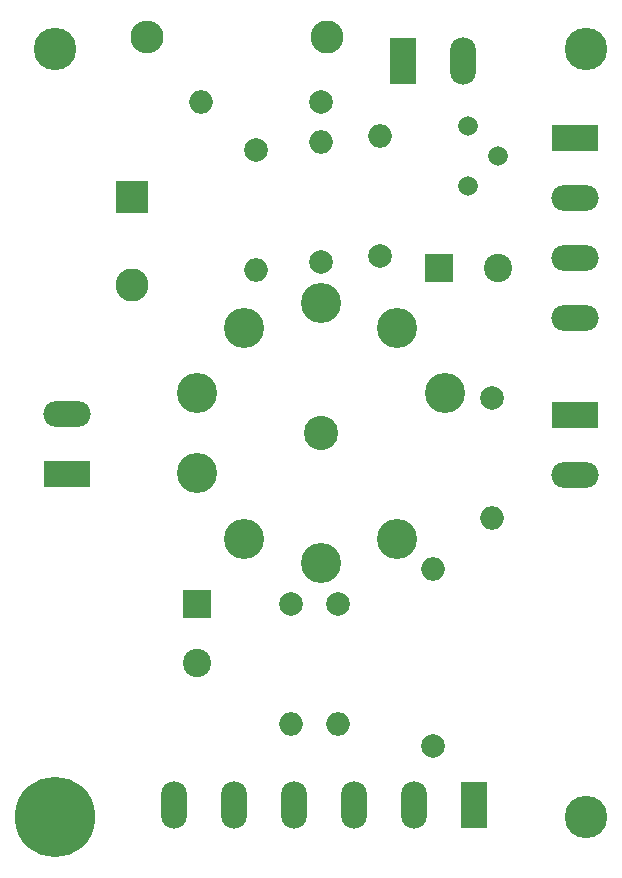
<source format=gbr>
G04 #@! TF.FileFunction,Soldermask,Bot*
%FSLAX46Y46*%
G04 Gerber Fmt 4.6, Leading zero omitted, Abs format (unit mm)*
G04 Created by KiCad (PCBNEW 4.0.6) date Friday, 28 July 2017 'PMt' 19:46:46*
%MOMM*%
%LPD*%
G01*
G04 APERTURE LIST*
%ADD10C,0.100000*%
%ADD11C,3.600000*%
%ADD12R,2.800000X2.800000*%
%ADD13C,2.800000*%
%ADD14C,2.000000*%
%ADD15O,2.000000X2.000000*%
%ADD16C,6.800000*%
%ADD17C,1.660000*%
%ADD18R,4.000000X2.200000*%
%ADD19O,4.000000X2.200000*%
%ADD20R,2.200000X4.000000*%
%ADD21O,2.200000X4.000000*%
%ADD22R,2.400000X2.400000*%
%ADD23C,2.400000*%
%ADD24C,3.400000*%
%ADD25C,2.900000*%
%ADD26O,2.800000X2.800000*%
G04 APERTURE END LIST*
D10*
D11*
X225000000Y-72500000D03*
D12*
X186500000Y-85000000D03*
D13*
X186500000Y-92500000D03*
D11*
X180000000Y-72500000D03*
D14*
X207500000Y-90000000D03*
D15*
X207500000Y-79840000D03*
D11*
X225000000Y-137500000D03*
D16*
X180000000Y-137500000D03*
D14*
X200000000Y-119500000D03*
D15*
X200000000Y-129660000D03*
D17*
X215000000Y-84080000D03*
X217540000Y-81540000D03*
X215000000Y-79000000D03*
D18*
X224000000Y-103500000D03*
D19*
X224000000Y-108580000D03*
D18*
X181000000Y-108500000D03*
D19*
X181000000Y-103420000D03*
D20*
X209500000Y-73500000D03*
D21*
X214580000Y-73500000D03*
D14*
X202500000Y-90500000D03*
D15*
X202500000Y-80340000D03*
D14*
X204000000Y-119500000D03*
D15*
X204000000Y-129660000D03*
D22*
X212500000Y-91000000D03*
D23*
X217500000Y-91000000D03*
D22*
X192000000Y-119500000D03*
D23*
X192000000Y-124500000D03*
D24*
X208989435Y-113931484D03*
X202500041Y-116040367D03*
X196010602Y-113931820D03*
X192000019Y-108411708D03*
X191999956Y-101588329D03*
X196010688Y-96068136D03*
X202499959Y-93959633D03*
X208989398Y-96068180D03*
X212999981Y-101588292D03*
D25*
X202500000Y-105000000D03*
D14*
X202500000Y-77000000D03*
D15*
X192340000Y-77000000D03*
D14*
X212000000Y-131500000D03*
D15*
X212000000Y-116500000D03*
D14*
X197000000Y-81000000D03*
D15*
X197000000Y-91160000D03*
D14*
X217000000Y-102000000D03*
D15*
X217000000Y-112160000D03*
D13*
X203000000Y-71500000D03*
D26*
X187760000Y-71500000D03*
D18*
X224000000Y-80000000D03*
D19*
X224000000Y-85080000D03*
X224000000Y-90160000D03*
X224000000Y-95240000D03*
D20*
X215500000Y-136500000D03*
D21*
X210420000Y-136500000D03*
X205340000Y-136500000D03*
X200260000Y-136500000D03*
X195180000Y-136500000D03*
X190100000Y-136500000D03*
M02*

</source>
